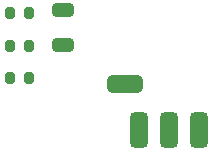
<source format=gbr>
G04 #@! TF.GenerationSoftware,KiCad,Pcbnew,(6.0.0-0)*
G04 #@! TF.CreationDate,2021-12-28T23:34:07-05:00*
G04 #@! TF.ProjectId,9DIN2VGA,3944494e-3256-4474-912e-6b696361645f,1*
G04 #@! TF.SameCoordinates,Original*
G04 #@! TF.FileFunction,Paste,Bot*
G04 #@! TF.FilePolarity,Positive*
%FSLAX46Y46*%
G04 Gerber Fmt 4.6, Leading zero omitted, Abs format (unit mm)*
G04 Created by KiCad (PCBNEW (6.0.0-0)) date 2021-12-28 23:34:07*
%MOMM*%
%LPD*%
G01*
G04 APERTURE LIST*
G04 Aperture macros list*
%AMRoundRect*
0 Rectangle with rounded corners*
0 $1 Rounding radius*
0 $2 $3 $4 $5 $6 $7 $8 $9 X,Y pos of 4 corners*
0 Add a 4 corners polygon primitive as box body*
4,1,4,$2,$3,$4,$5,$6,$7,$8,$9,$2,$3,0*
0 Add four circle primitives for the rounded corners*
1,1,$1+$1,$2,$3*
1,1,$1+$1,$4,$5*
1,1,$1+$1,$6,$7*
1,1,$1+$1,$8,$9*
0 Add four rect primitives between the rounded corners*
20,1,$1+$1,$2,$3,$4,$5,0*
20,1,$1+$1,$4,$5,$6,$7,0*
20,1,$1+$1,$6,$7,$8,$9,0*
20,1,$1+$1,$8,$9,$2,$3,0*%
G04 Aperture macros list end*
%ADD10RoundRect,0.375000X-0.375000X-1.125000X0.375000X-1.125000X0.375000X1.125000X-0.375000X1.125000X0*%
%ADD11RoundRect,0.375000X1.125000X-0.375000X1.125000X0.375000X-1.125000X0.375000X-1.125000X-0.375000X0*%
%ADD12RoundRect,0.200000X0.200000X0.275000X-0.200000X0.275000X-0.200000X-0.275000X0.200000X-0.275000X0*%
%ADD13RoundRect,0.249999X0.650001X-0.325001X0.650001X0.325001X-0.650001X0.325001X-0.650001X-0.325001X0*%
G04 APERTURE END LIST*
D10*
X152581804Y-100713357D03*
X150031804Y-100713357D03*
X147499247Y-100713540D03*
D11*
X146312804Y-96813357D03*
D12*
X138220000Y-90860000D03*
X136570000Y-90860000D03*
X138230000Y-93590000D03*
X136580000Y-93590000D03*
X138220000Y-96330000D03*
X136570000Y-96330000D03*
D13*
X141110000Y-93510000D03*
X141110000Y-90560000D03*
M02*

</source>
